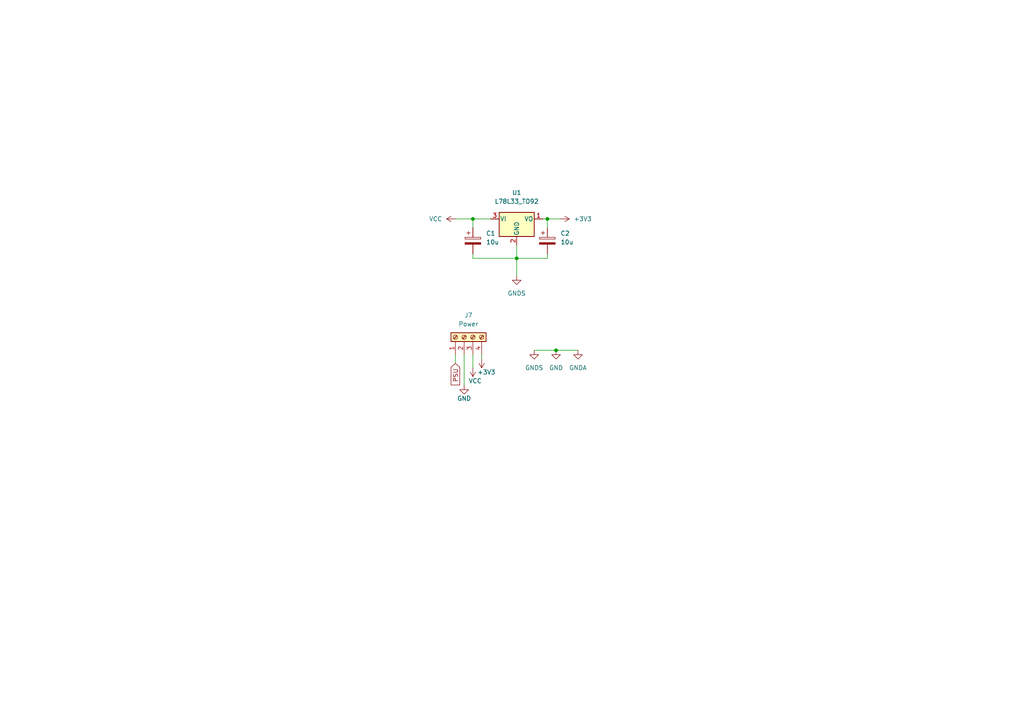
<source format=kicad_sch>
(kicad_sch (version 20211123) (generator eeschema)

  (uuid d2439efb-8bd3-46a4-a7bf-395bfa33597e)

  (paper "A4")

  (title_block
    (date "2023-02-12")
    (rev "v1")
    (comment 1 "Lecturer: Prof. Hacı Bodur")
    (comment 2 "Electrical Engineering course in Yildiz Technical University")
    (comment 3 "This design is for ELM4000 class which is graduation project on")
    (comment 4 "Author: Yunus Emre AYAN")
  )

  (lib_symbols
    (symbol "Connector:Screw_Terminal_01x04" (pin_names (offset 1.016) hide) (in_bom yes) (on_board yes)
      (property "Reference" "J" (id 0) (at 0 5.08 0)
        (effects (font (size 1.27 1.27)))
      )
      (property "Value" "Screw_Terminal_01x04" (id 1) (at 0 -7.62 0)
        (effects (font (size 1.27 1.27)))
      )
      (property "Footprint" "" (id 2) (at 0 0 0)
        (effects (font (size 1.27 1.27)) hide)
      )
      (property "Datasheet" "~" (id 3) (at 0 0 0)
        (effects (font (size 1.27 1.27)) hide)
      )
      (property "ki_keywords" "screw terminal" (id 4) (at 0 0 0)
        (effects (font (size 1.27 1.27)) hide)
      )
      (property "ki_description" "Generic screw terminal, single row, 01x04, script generated (kicad-library-utils/schlib/autogen/connector/)" (id 5) (at 0 0 0)
        (effects (font (size 1.27 1.27)) hide)
      )
      (property "ki_fp_filters" "TerminalBlock*:*" (id 6) (at 0 0 0)
        (effects (font (size 1.27 1.27)) hide)
      )
      (symbol "Screw_Terminal_01x04_1_1"
        (rectangle (start -1.27 3.81) (end 1.27 -6.35)
          (stroke (width 0.254) (type default) (color 0 0 0 0))
          (fill (type background))
        )
        (circle (center 0 -5.08) (radius 0.635)
          (stroke (width 0.1524) (type default) (color 0 0 0 0))
          (fill (type none))
        )
        (circle (center 0 -2.54) (radius 0.635)
          (stroke (width 0.1524) (type default) (color 0 0 0 0))
          (fill (type none))
        )
        (polyline
          (pts
            (xy -0.5334 -4.7498)
            (xy 0.3302 -5.588)
          )
          (stroke (width 0.1524) (type default) (color 0 0 0 0))
          (fill (type none))
        )
        (polyline
          (pts
            (xy -0.5334 -2.2098)
            (xy 0.3302 -3.048)
          )
          (stroke (width 0.1524) (type default) (color 0 0 0 0))
          (fill (type none))
        )
        (polyline
          (pts
            (xy -0.5334 0.3302)
            (xy 0.3302 -0.508)
          )
          (stroke (width 0.1524) (type default) (color 0 0 0 0))
          (fill (type none))
        )
        (polyline
          (pts
            (xy -0.5334 2.8702)
            (xy 0.3302 2.032)
          )
          (stroke (width 0.1524) (type default) (color 0 0 0 0))
          (fill (type none))
        )
        (polyline
          (pts
            (xy -0.3556 -4.572)
            (xy 0.508 -5.4102)
          )
          (stroke (width 0.1524) (type default) (color 0 0 0 0))
          (fill (type none))
        )
        (polyline
          (pts
            (xy -0.3556 -2.032)
            (xy 0.508 -2.8702)
          )
          (stroke (width 0.1524) (type default) (color 0 0 0 0))
          (fill (type none))
        )
        (polyline
          (pts
            (xy -0.3556 0.508)
            (xy 0.508 -0.3302)
          )
          (stroke (width 0.1524) (type default) (color 0 0 0 0))
          (fill (type none))
        )
        (polyline
          (pts
            (xy -0.3556 3.048)
            (xy 0.508 2.2098)
          )
          (stroke (width 0.1524) (type default) (color 0 0 0 0))
          (fill (type none))
        )
        (circle (center 0 0) (radius 0.635)
          (stroke (width 0.1524) (type default) (color 0 0 0 0))
          (fill (type none))
        )
        (circle (center 0 2.54) (radius 0.635)
          (stroke (width 0.1524) (type default) (color 0 0 0 0))
          (fill (type none))
        )
        (pin passive line (at -5.08 2.54 0) (length 3.81)
          (name "Pin_1" (effects (font (size 1.27 1.27))))
          (number "1" (effects (font (size 1.27 1.27))))
        )
        (pin passive line (at -5.08 0 0) (length 3.81)
          (name "Pin_2" (effects (font (size 1.27 1.27))))
          (number "2" (effects (font (size 1.27 1.27))))
        )
        (pin passive line (at -5.08 -2.54 0) (length 3.81)
          (name "Pin_3" (effects (font (size 1.27 1.27))))
          (number "3" (effects (font (size 1.27 1.27))))
        )
        (pin passive line (at -5.08 -5.08 0) (length 3.81)
          (name "Pin_4" (effects (font (size 1.27 1.27))))
          (number "4" (effects (font (size 1.27 1.27))))
        )
      )
    )
    (symbol "Device:C_Polarized" (pin_numbers hide) (pin_names (offset 0.254)) (in_bom yes) (on_board yes)
      (property "Reference" "C" (id 0) (at 0.635 2.54 0)
        (effects (font (size 1.27 1.27)) (justify left))
      )
      (property "Value" "C_Polarized" (id 1) (at 0.635 -2.54 0)
        (effects (font (size 1.27 1.27)) (justify left))
      )
      (property "Footprint" "" (id 2) (at 0.9652 -3.81 0)
        (effects (font (size 1.27 1.27)) hide)
      )
      (property "Datasheet" "~" (id 3) (at 0 0 0)
        (effects (font (size 1.27 1.27)) hide)
      )
      (property "ki_keywords" "cap capacitor" (id 4) (at 0 0 0)
        (effects (font (size 1.27 1.27)) hide)
      )
      (property "ki_description" "Polarized capacitor" (id 5) (at 0 0 0)
        (effects (font (size 1.27 1.27)) hide)
      )
      (property "ki_fp_filters" "CP_*" (id 6) (at 0 0 0)
        (effects (font (size 1.27 1.27)) hide)
      )
      (symbol "C_Polarized_0_1"
        (rectangle (start -2.286 0.508) (end 2.286 1.016)
          (stroke (width 0) (type default) (color 0 0 0 0))
          (fill (type none))
        )
        (polyline
          (pts
            (xy -1.778 2.286)
            (xy -0.762 2.286)
          )
          (stroke (width 0) (type default) (color 0 0 0 0))
          (fill (type none))
        )
        (polyline
          (pts
            (xy -1.27 2.794)
            (xy -1.27 1.778)
          )
          (stroke (width 0) (type default) (color 0 0 0 0))
          (fill (type none))
        )
        (rectangle (start 2.286 -0.508) (end -2.286 -1.016)
          (stroke (width 0) (type default) (color 0 0 0 0))
          (fill (type outline))
        )
      )
      (symbol "C_Polarized_1_1"
        (pin passive line (at 0 3.81 270) (length 2.794)
          (name "~" (effects (font (size 1.27 1.27))))
          (number "1" (effects (font (size 1.27 1.27))))
        )
        (pin passive line (at 0 -3.81 90) (length 2.794)
          (name "~" (effects (font (size 1.27 1.27))))
          (number "2" (effects (font (size 1.27 1.27))))
        )
      )
    )
    (symbol "Regulator_Linear:L78L33_TO92" (pin_names (offset 0.254)) (in_bom yes) (on_board yes)
      (property "Reference" "U" (id 0) (at -3.81 3.175 0)
        (effects (font (size 1.27 1.27)))
      )
      (property "Value" "L78L33_TO92" (id 1) (at 0 3.175 0)
        (effects (font (size 1.27 1.27)) (justify left))
      )
      (property "Footprint" "Package_TO_SOT_THT:TO-92_Inline" (id 2) (at 0 5.715 0)
        (effects (font (size 1.27 1.27) italic) hide)
      )
      (property "Datasheet" "http://www.st.com/content/ccc/resource/technical/document/datasheet/15/55/e5/aa/23/5b/43/fd/CD00000446.pdf/files/CD00000446.pdf/jcr:content/translations/en.CD00000446.pdf" (id 3) (at 0 -1.27 0)
        (effects (font (size 1.27 1.27)) hide)
      )
      (property "ki_keywords" "Voltage Regulator 100mA Positive" (id 4) (at 0 0 0)
        (effects (font (size 1.27 1.27)) hide)
      )
      (property "ki_description" "Positive 100mA 30V Linear Regulator, Fixed Output 3.3V, TO-92" (id 5) (at 0 0 0)
        (effects (font (size 1.27 1.27)) hide)
      )
      (property "ki_fp_filters" "TO?92*" (id 6) (at 0 0 0)
        (effects (font (size 1.27 1.27)) hide)
      )
      (symbol "L78L33_TO92_0_1"
        (rectangle (start -5.08 -5.08) (end 5.08 1.905)
          (stroke (width 0.254) (type default) (color 0 0 0 0))
          (fill (type background))
        )
      )
      (symbol "L78L33_TO92_1_1"
        (pin power_out line (at 7.62 0 180) (length 2.54)
          (name "VO" (effects (font (size 1.27 1.27))))
          (number "1" (effects (font (size 1.27 1.27))))
        )
        (pin power_in line (at 0 -7.62 90) (length 2.54)
          (name "GND" (effects (font (size 1.27 1.27))))
          (number "2" (effects (font (size 1.27 1.27))))
        )
        (pin power_in line (at -7.62 0 0) (length 2.54)
          (name "VI" (effects (font (size 1.27 1.27))))
          (number "3" (effects (font (size 1.27 1.27))))
        )
      )
    )
    (symbol "power:+3V3" (power) (pin_names (offset 0)) (in_bom yes) (on_board yes)
      (property "Reference" "#PWR" (id 0) (at 0 -3.81 0)
        (effects (font (size 1.27 1.27)) hide)
      )
      (property "Value" "+3V3" (id 1) (at 0 3.556 0)
        (effects (font (size 1.27 1.27)))
      )
      (property "Footprint" "" (id 2) (at 0 0 0)
        (effects (font (size 1.27 1.27)) hide)
      )
      (property "Datasheet" "" (id 3) (at 0 0 0)
        (effects (font (size 1.27 1.27)) hide)
      )
      (property "ki_keywords" "global power" (id 4) (at 0 0 0)
        (effects (font (size 1.27 1.27)) hide)
      )
      (property "ki_description" "Power symbol creates a global label with name \"+3V3\"" (id 5) (at 0 0 0)
        (effects (font (size 1.27 1.27)) hide)
      )
      (symbol "+3V3_0_1"
        (polyline
          (pts
            (xy -0.762 1.27)
            (xy 0 2.54)
          )
          (stroke (width 0) (type default) (color 0 0 0 0))
          (fill (type none))
        )
        (polyline
          (pts
            (xy 0 0)
            (xy 0 2.54)
          )
          (stroke (width 0) (type default) (color 0 0 0 0))
          (fill (type none))
        )
        (polyline
          (pts
            (xy 0 2.54)
            (xy 0.762 1.27)
          )
          (stroke (width 0) (type default) (color 0 0 0 0))
          (fill (type none))
        )
      )
      (symbol "+3V3_1_1"
        (pin power_in line (at 0 0 90) (length 0) hide
          (name "+3V3" (effects (font (size 1.27 1.27))))
          (number "1" (effects (font (size 1.27 1.27))))
        )
      )
    )
    (symbol "power:GND" (power) (pin_names (offset 0)) (in_bom yes) (on_board yes)
      (property "Reference" "#PWR" (id 0) (at 0 -6.35 0)
        (effects (font (size 1.27 1.27)) hide)
      )
      (property "Value" "GND" (id 1) (at 0 -3.81 0)
        (effects (font (size 1.27 1.27)))
      )
      (property "Footprint" "" (id 2) (at 0 0 0)
        (effects (font (size 1.27 1.27)) hide)
      )
      (property "Datasheet" "" (id 3) (at 0 0 0)
        (effects (font (size 1.27 1.27)) hide)
      )
      (property "ki_keywords" "global power" (id 4) (at 0 0 0)
        (effects (font (size 1.27 1.27)) hide)
      )
      (property "ki_description" "Power symbol creates a global label with name \"GND\" , ground" (id 5) (at 0 0 0)
        (effects (font (size 1.27 1.27)) hide)
      )
      (symbol "GND_0_1"
        (polyline
          (pts
            (xy 0 0)
            (xy 0 -1.27)
            (xy 1.27 -1.27)
            (xy 0 -2.54)
            (xy -1.27 -1.27)
            (xy 0 -1.27)
          )
          (stroke (width 0) (type default) (color 0 0 0 0))
          (fill (type none))
        )
      )
      (symbol "GND_1_1"
        (pin power_in line (at 0 0 270) (length 0) hide
          (name "GND" (effects (font (size 1.27 1.27))))
          (number "1" (effects (font (size 1.27 1.27))))
        )
      )
    )
    (symbol "power:GNDA" (power) (pin_names (offset 0)) (in_bom yes) (on_board yes)
      (property "Reference" "#PWR" (id 0) (at 0 -6.35 0)
        (effects (font (size 1.27 1.27)) hide)
      )
      (property "Value" "GNDA" (id 1) (at 0 -3.81 0)
        (effects (font (size 1.27 1.27)))
      )
      (property "Footprint" "" (id 2) (at 0 0 0)
        (effects (font (size 1.27 1.27)) hide)
      )
      (property "Datasheet" "" (id 3) (at 0 0 0)
        (effects (font (size 1.27 1.27)) hide)
      )
      (property "ki_keywords" "global power" (id 4) (at 0 0 0)
        (effects (font (size 1.27 1.27)) hide)
      )
      (property "ki_description" "Power symbol creates a global label with name \"GNDA\" , analog ground" (id 5) (at 0 0 0)
        (effects (font (size 1.27 1.27)) hide)
      )
      (symbol "GNDA_0_1"
        (polyline
          (pts
            (xy 0 0)
            (xy 0 -1.27)
            (xy 1.27 -1.27)
            (xy 0 -2.54)
            (xy -1.27 -1.27)
            (xy 0 -1.27)
          )
          (stroke (width 0) (type default) (color 0 0 0 0))
          (fill (type none))
        )
      )
      (symbol "GNDA_1_1"
        (pin power_in line (at 0 0 270) (length 0) hide
          (name "GNDA" (effects (font (size 1.27 1.27))))
          (number "1" (effects (font (size 1.27 1.27))))
        )
      )
    )
    (symbol "power:GNDS" (power) (pin_names (offset 0)) (in_bom yes) (on_board yes)
      (property "Reference" "#PWR" (id 0) (at 0 -6.35 0)
        (effects (font (size 1.27 1.27)) hide)
      )
      (property "Value" "GNDS" (id 1) (at 0 -3.81 0)
        (effects (font (size 1.27 1.27)))
      )
      (property "Footprint" "" (id 2) (at 0 0 0)
        (effects (font (size 1.27 1.27)) hide)
      )
      (property "Datasheet" "" (id 3) (at 0 0 0)
        (effects (font (size 1.27 1.27)) hide)
      )
      (property "ki_keywords" "global power" (id 4) (at 0 0 0)
        (effects (font (size 1.27 1.27)) hide)
      )
      (property "ki_description" "Power symbol creates a global label with name \"GNDS\" , signal ground" (id 5) (at 0 0 0)
        (effects (font (size 1.27 1.27)) hide)
      )
      (symbol "GNDS_0_1"
        (polyline
          (pts
            (xy 0 0)
            (xy 0 -1.27)
            (xy 1.27 -1.27)
            (xy 0 -2.54)
            (xy -1.27 -1.27)
            (xy 0 -1.27)
          )
          (stroke (width 0) (type default) (color 0 0 0 0))
          (fill (type none))
        )
      )
      (symbol "GNDS_1_1"
        (pin power_in line (at 0 0 270) (length 0) hide
          (name "GNDS" (effects (font (size 1.27 1.27))))
          (number "1" (effects (font (size 1.27 1.27))))
        )
      )
    )
    (symbol "power:VCC" (power) (pin_names (offset 0)) (in_bom yes) (on_board yes)
      (property "Reference" "#PWR" (id 0) (at 0 -3.81 0)
        (effects (font (size 1.27 1.27)) hide)
      )
      (property "Value" "VCC" (id 1) (at 0 3.81 0)
        (effects (font (size 1.27 1.27)))
      )
      (property "Footprint" "" (id 2) (at 0 0 0)
        (effects (font (size 1.27 1.27)) hide)
      )
      (property "Datasheet" "" (id 3) (at 0 0 0)
        (effects (font (size 1.27 1.27)) hide)
      )
      (property "ki_keywords" "global power" (id 4) (at 0 0 0)
        (effects (font (size 1.27 1.27)) hide)
      )
      (property "ki_description" "Power symbol creates a global label with name \"VCC\"" (id 5) (at 0 0 0)
        (effects (font (size 1.27 1.27)) hide)
      )
      (symbol "VCC_0_1"
        (polyline
          (pts
            (xy -0.762 1.27)
            (xy 0 2.54)
          )
          (stroke (width 0) (type default) (color 0 0 0 0))
          (fill (type none))
        )
        (polyline
          (pts
            (xy 0 0)
            (xy 0 2.54)
          )
          (stroke (width 0) (type default) (color 0 0 0 0))
          (fill (type none))
        )
        (polyline
          (pts
            (xy 0 2.54)
            (xy 0.762 1.27)
          )
          (stroke (width 0) (type default) (color 0 0 0 0))
          (fill (type none))
        )
      )
      (symbol "VCC_1_1"
        (pin power_in line (at 0 0 90) (length 0) hide
          (name "VCC" (effects (font (size 1.27 1.27))))
          (number "1" (effects (font (size 1.27 1.27))))
        )
      )
    )
  )

  (junction (at 149.86 74.93) (diameter 0) (color 0 0 0 0)
    (uuid 4e458f24-3898-4e7b-8d2a-9560d4204486)
  )
  (junction (at 158.75 63.5) (diameter 0) (color 0 0 0 0)
    (uuid 65a8b34c-b20f-4beb-9491-7c521d4d5252)
  )
  (junction (at 137.16 63.5) (diameter 0) (color 0 0 0 0)
    (uuid 83b7e1a8-b8a0-4a08-9f9d-5af01ee07413)
  )
  (junction (at 161.29 101.6) (diameter 0) (color 0 0 0 0)
    (uuid 8d0236d5-7246-4ceb-b9b4-766861f18eee)
  )

  (wire (pts (xy 154.94 101.6) (xy 161.29 101.6))
    (stroke (width 0) (type default) (color 0 0 0 0))
    (uuid 00b45087-56a0-40a6-8fa3-913993c0d614)
  )
  (wire (pts (xy 137.16 63.5) (xy 142.24 63.5))
    (stroke (width 0) (type default) (color 0 0 0 0))
    (uuid 076332a8-5278-4b64-8cc8-a221fa5c1114)
  )
  (wire (pts (xy 149.86 71.12) (xy 149.86 74.93))
    (stroke (width 0) (type default) (color 0 0 0 0))
    (uuid 13e19613-728f-40c3-ad1f-7461b228bf31)
  )
  (wire (pts (xy 132.08 63.5) (xy 137.16 63.5))
    (stroke (width 0) (type default) (color 0 0 0 0))
    (uuid 208f752c-87d7-44b3-8070-3b317dc519ab)
  )
  (wire (pts (xy 139.7 102.87) (xy 139.7 104.14))
    (stroke (width 0) (type default) (color 0 0 0 0))
    (uuid 39fe826c-b0e4-4a62-8e45-388f494cd1a1)
  )
  (wire (pts (xy 132.08 102.87) (xy 132.08 105.41))
    (stroke (width 0) (type default) (color 0 0 0 0))
    (uuid 4706d014-4461-410c-bf1d-f3dfc5d0f103)
  )
  (wire (pts (xy 158.75 63.5) (xy 158.75 66.04))
    (stroke (width 0) (type default) (color 0 0 0 0))
    (uuid 4917a857-4be0-41e9-ae83-1cd96e659bfc)
  )
  (wire (pts (xy 137.16 63.5) (xy 137.16 66.04))
    (stroke (width 0) (type default) (color 0 0 0 0))
    (uuid 5d5f0456-f128-4585-8b2b-a03350208cf6)
  )
  (wire (pts (xy 149.86 74.93) (xy 149.86 80.01))
    (stroke (width 0) (type default) (color 0 0 0 0))
    (uuid 6b1a3edc-9803-424e-963b-b324a9b0b305)
  )
  (wire (pts (xy 137.16 102.87) (xy 137.16 106.68))
    (stroke (width 0) (type default) (color 0 0 0 0))
    (uuid 7e2657f1-8a8c-46d8-8674-09d973840279)
  )
  (wire (pts (xy 158.75 73.66) (xy 158.75 74.93))
    (stroke (width 0) (type default) (color 0 0 0 0))
    (uuid 7e66ca59-350c-436e-bba8-b25a9f40da7e)
  )
  (wire (pts (xy 158.75 63.5) (xy 162.56 63.5))
    (stroke (width 0) (type default) (color 0 0 0 0))
    (uuid 827dad29-98ba-4062-b3ed-c55a67895594)
  )
  (wire (pts (xy 149.86 74.93) (xy 158.75 74.93))
    (stroke (width 0) (type default) (color 0 0 0 0))
    (uuid ba354ea1-430b-4531-875f-c36a99c45c21)
  )
  (wire (pts (xy 134.62 102.87) (xy 134.62 111.76))
    (stroke (width 0) (type default) (color 0 0 0 0))
    (uuid c6bc7a3d-bb4e-463a-87fb-ca3d7b1cb0b5)
  )
  (wire (pts (xy 157.48 63.5) (xy 158.75 63.5))
    (stroke (width 0) (type default) (color 0 0 0 0))
    (uuid d0fece3c-7078-4f81-a97f-d8de9db78a04)
  )
  (wire (pts (xy 137.16 73.66) (xy 137.16 74.93))
    (stroke (width 0) (type default) (color 0 0 0 0))
    (uuid ded3c31e-08fe-44fa-9a8b-7b37fe261cd4)
  )
  (wire (pts (xy 137.16 74.93) (xy 149.86 74.93))
    (stroke (width 0) (type default) (color 0 0 0 0))
    (uuid e9812745-324a-4794-85ce-7f13a3ccda8c)
  )
  (wire (pts (xy 161.29 101.6) (xy 167.64 101.6))
    (stroke (width 0) (type default) (color 0 0 0 0))
    (uuid fd3ae0a3-8d4e-4638-8cc9-e43c8cc847ad)
  )

  (global_label "PSU" (shape input) (at 132.08 105.41 270) (fields_autoplaced)
    (effects (font (size 1.27 1.27)) (justify right))
    (uuid 5bd8877e-23cb-42ba-b1cc-b6ee5ac50bb4)
    (property "Intersheet References" "${INTERSHEET_REFS}" (id 0) (at 132.1594 111.6331 90)
      (effects (font (size 1.27 1.27)) (justify right) hide)
    )
  )

  (symbol (lib_id "Device:C_Polarized") (at 137.16 69.85 0) (unit 1)
    (in_bom yes) (on_board yes) (fields_autoplaced)
    (uuid 3313af17-22f4-4d2d-9464-c0a464dea3f0)
    (property "Reference" "C1" (id 0) (at 140.97 67.6909 0)
      (effects (font (size 1.27 1.27)) (justify left))
    )
    (property "Value" "10u" (id 1) (at 140.97 70.2309 0)
      (effects (font (size 1.27 1.27)) (justify left))
    )
    (property "Footprint" "" (id 2) (at 138.1252 73.66 0)
      (effects (font (size 1.27 1.27)) hide)
    )
    (property "Datasheet" "~" (id 3) (at 137.16 69.85 0)
      (effects (font (size 1.27 1.27)) hide)
    )
    (pin "1" (uuid a39c0c17-0cc5-44dd-b66a-f2ed063f9dae))
    (pin "2" (uuid e83fc95a-87c2-4d58-be71-57df0580b6cb))
  )

  (symbol (lib_id "power:GNDS") (at 149.86 80.01 0) (unit 1)
    (in_bom yes) (on_board yes) (fields_autoplaced)
    (uuid 352537ad-2f4b-4ac4-a64d-945366615b87)
    (property "Reference" "#PWR05" (id 0) (at 149.86 86.36 0)
      (effects (font (size 1.27 1.27)) hide)
    )
    (property "Value" "GNDS" (id 1) (at 149.86 85.09 0))
    (property "Footprint" "" (id 2) (at 149.86 80.01 0)
      (effects (font (size 1.27 1.27)) hide)
    )
    (property "Datasheet" "" (id 3) (at 149.86 80.01 0)
      (effects (font (size 1.27 1.27)) hide)
    )
    (pin "1" (uuid 5247d2ae-013d-4cf4-bd1d-be55fbf7ab02))
  )

  (symbol (lib_id "power:+3V3") (at 139.7 104.14 180) (unit 1)
    (in_bom yes) (on_board yes)
    (uuid 67ad5f51-1cb3-462b-b1df-5f4a88b35095)
    (property "Reference" "#PWR04" (id 0) (at 139.7 100.33 0)
      (effects (font (size 1.27 1.27)) hide)
    )
    (property "Value" "+3V3" (id 1) (at 138.43 107.95 0)
      (effects (font (size 1.27 1.27)) (justify right))
    )
    (property "Footprint" "" (id 2) (at 139.7 104.14 0)
      (effects (font (size 1.27 1.27)) hide)
    )
    (property "Datasheet" "" (id 3) (at 139.7 104.14 0)
      (effects (font (size 1.27 1.27)) hide)
    )
    (pin "1" (uuid 1a8e2515-1c47-4df6-966c-8af8a4bb21f7))
  )

  (symbol (lib_id "power:GND") (at 134.62 111.76 0) (unit 1)
    (in_bom yes) (on_board yes)
    (uuid 7b6c9a31-9793-42da-b4a8-145c8ee6f092)
    (property "Reference" "#PWR02" (id 0) (at 134.62 118.11 0)
      (effects (font (size 1.27 1.27)) hide)
    )
    (property "Value" "GND" (id 1) (at 134.62 115.57 0))
    (property "Footprint" "" (id 2) (at 134.62 111.76 0)
      (effects (font (size 1.27 1.27)) hide)
    )
    (property "Datasheet" "" (id 3) (at 134.62 111.76 0)
      (effects (font (size 1.27 1.27)) hide)
    )
    (pin "1" (uuid 9068af6a-8a31-4660-a6e5-e1e012da0cd9))
  )

  (symbol (lib_id "power:VCC") (at 137.16 106.68 180) (unit 1)
    (in_bom yes) (on_board yes)
    (uuid 8e91dce8-6d20-4217-bd9d-2d07f34ea0dc)
    (property "Reference" "#PWR03" (id 0) (at 137.16 102.87 0)
      (effects (font (size 1.27 1.27)) hide)
    )
    (property "Value" "VCC" (id 1) (at 135.89 110.49 0)
      (effects (font (size 1.27 1.27)) (justify right))
    )
    (property "Footprint" "" (id 2) (at 137.16 106.68 0)
      (effects (font (size 1.27 1.27)) hide)
    )
    (property "Datasheet" "" (id 3) (at 137.16 106.68 0)
      (effects (font (size 1.27 1.27)) hide)
    )
    (pin "1" (uuid c978a202-45a8-403c-a3b2-c716f72f1f7c))
  )

  (symbol (lib_id "Device:C_Polarized") (at 158.75 69.85 0) (unit 1)
    (in_bom yes) (on_board yes) (fields_autoplaced)
    (uuid 9549916c-f805-473a-80aa-5388b7354e14)
    (property "Reference" "C2" (id 0) (at 162.56 67.6909 0)
      (effects (font (size 1.27 1.27)) (justify left))
    )
    (property "Value" "10u" (id 1) (at 162.56 70.2309 0)
      (effects (font (size 1.27 1.27)) (justify left))
    )
    (property "Footprint" "" (id 2) (at 159.7152 73.66 0)
      (effects (font (size 1.27 1.27)) hide)
    )
    (property "Datasheet" "~" (id 3) (at 158.75 69.85 0)
      (effects (font (size 1.27 1.27)) hide)
    )
    (pin "1" (uuid 3cfa0a05-37db-4fbe-8b65-785f1cab2344))
    (pin "2" (uuid 90218ef2-9bd8-4033-8d1a-389e252d37c5))
  )

  (symbol (lib_id "Connector:Screw_Terminal_01x04") (at 134.62 97.79 90) (unit 1)
    (in_bom yes) (on_board yes) (fields_autoplaced)
    (uuid 9a5d3c29-5e6c-4da3-b5db-d1dac65f0651)
    (property "Reference" "J7" (id 0) (at 135.89 91.44 90))
    (property "Value" "Power" (id 1) (at 135.89 93.98 90))
    (property "Footprint" "" (id 2) (at 134.62 97.79 0)
      (effects (font (size 1.27 1.27)) hide)
    )
    (property "Datasheet" "~" (id 3) (at 134.62 97.79 0)
      (effects (font (size 1.27 1.27)) hide)
    )
    (pin "1" (uuid 97f555ae-65b1-4d81-86a3-9a69382f137c))
    (pin "2" (uuid 6a83843c-7f6d-44c4-9328-4e0eaafbbc45))
    (pin "3" (uuid 0ddc5bc1-c6b6-4bf4-91de-10636c562c77))
    (pin "4" (uuid 48e8731c-7a51-4b7e-b562-e6967ed5a742))
  )

  (symbol (lib_id "power:+3V3") (at 162.56 63.5 270) (unit 1)
    (in_bom yes) (on_board yes) (fields_autoplaced)
    (uuid 9c904bcc-5f6b-467e-9cea-315d019cbd82)
    (property "Reference" "#PWR08" (id 0) (at 158.75 63.5 0)
      (effects (font (size 1.27 1.27)) hide)
    )
    (property "Value" "+3V3" (id 1) (at 166.37 63.4999 90)
      (effects (font (size 1.27 1.27)) (justify left))
    )
    (property "Footprint" "" (id 2) (at 162.56 63.5 0)
      (effects (font (size 1.27 1.27)) hide)
    )
    (property "Datasheet" "" (id 3) (at 162.56 63.5 0)
      (effects (font (size 1.27 1.27)) hide)
    )
    (pin "1" (uuid c9f5adf3-0e7d-431d-8467-feae0137d0ed))
  )

  (symbol (lib_id "power:GND") (at 161.29 101.6 0) (unit 1)
    (in_bom yes) (on_board yes) (fields_autoplaced)
    (uuid c161f21e-2883-4623-b7fb-396759f3ee5e)
    (property "Reference" "#PWR07" (id 0) (at 161.29 107.95 0)
      (effects (font (size 1.27 1.27)) hide)
    )
    (property "Value" "GND" (id 1) (at 161.29 106.68 0))
    (property "Footprint" "" (id 2) (at 161.29 101.6 0)
      (effects (font (size 1.27 1.27)) hide)
    )
    (property "Datasheet" "" (id 3) (at 161.29 101.6 0)
      (effects (font (size 1.27 1.27)) hide)
    )
    (pin "1" (uuid f086c829-bc28-4713-a866-973a6fbf5549))
  )

  (symbol (lib_id "Regulator_Linear:L78L33_TO92") (at 149.86 63.5 0) (unit 1)
    (in_bom yes) (on_board yes) (fields_autoplaced)
    (uuid c3bdd621-d869-412a-988b-bde53bdd559e)
    (property "Reference" "U1" (id 0) (at 149.86 55.88 0))
    (property "Value" "L78L33_TO92" (id 1) (at 149.86 58.42 0))
    (property "Footprint" "Package_TO_SOT_THT:TO-92_Inline" (id 2) (at 149.86 57.785 0)
      (effects (font (size 1.27 1.27) italic) hide)
    )
    (property "Datasheet" "http://www.st.com/content/ccc/resource/technical/document/datasheet/15/55/e5/aa/23/5b/43/fd/CD00000446.pdf/files/CD00000446.pdf/jcr:content/translations/en.CD00000446.pdf" (id 3) (at 149.86 64.77 0)
      (effects (font (size 1.27 1.27)) hide)
    )
    (pin "1" (uuid 805b0432-5861-4fb1-84f2-d355d983f0a3))
    (pin "2" (uuid 2d977563-1efd-40c6-895a-fe67f1e45406))
    (pin "3" (uuid 021b7146-2c77-4161-8bc6-dd75e6145034))
  )

  (symbol (lib_id "power:GNDA") (at 167.64 101.6 0) (unit 1)
    (in_bom yes) (on_board yes) (fields_autoplaced)
    (uuid d515164d-aa49-40b2-ab76-b68a813cdf3a)
    (property "Reference" "#PWR09" (id 0) (at 167.64 107.95 0)
      (effects (font (size 1.27 1.27)) hide)
    )
    (property "Value" "GNDA" (id 1) (at 167.64 106.68 0))
    (property "Footprint" "" (id 2) (at 167.64 101.6 0)
      (effects (font (size 1.27 1.27)) hide)
    )
    (property "Datasheet" "" (id 3) (at 167.64 101.6 0)
      (effects (font (size 1.27 1.27)) hide)
    )
    (pin "1" (uuid 1a51fbd0-db10-4cd1-bc70-d139ab181e6c))
  )

  (symbol (lib_id "power:VCC") (at 132.08 63.5 90) (unit 1)
    (in_bom yes) (on_board yes) (fields_autoplaced)
    (uuid e450a187-146c-4e87-ac8a-b93511e014fb)
    (property "Reference" "#PWR01" (id 0) (at 135.89 63.5 0)
      (effects (font (size 1.27 1.27)) hide)
    )
    (property "Value" "VCC" (id 1) (at 128.27 63.4999 90)
      (effects (font (size 1.27 1.27)) (justify left))
    )
    (property "Footprint" "" (id 2) (at 132.08 63.5 0)
      (effects (font (size 1.27 1.27)) hide)
    )
    (property "Datasheet" "" (id 3) (at 132.08 63.5 0)
      (effects (font (size 1.27 1.27)) hide)
    )
    (pin "1" (uuid 41f8f4d2-cc5b-4236-98e9-fa9ba4e751d8))
  )

  (symbol (lib_id "power:GNDS") (at 154.94 101.6 0) (unit 1)
    (in_bom yes) (on_board yes) (fields_autoplaced)
    (uuid f31a9047-186b-4625-a7e1-edbf3a945857)
    (property "Reference" "#PWR06" (id 0) (at 154.94 107.95 0)
      (effects (font (size 1.27 1.27)) hide)
    )
    (property "Value" "GNDS" (id 1) (at 154.94 106.68 0))
    (property "Footprint" "" (id 2) (at 154.94 101.6 0)
      (effects (font (size 1.27 1.27)) hide)
    )
    (property "Datasheet" "" (id 3) (at 154.94 101.6 0)
      (effects (font (size 1.27 1.27)) hide)
    )
    (pin "1" (uuid 97847cf8-6e9f-4f4e-ae36-52f30891823a))
  )
)

</source>
